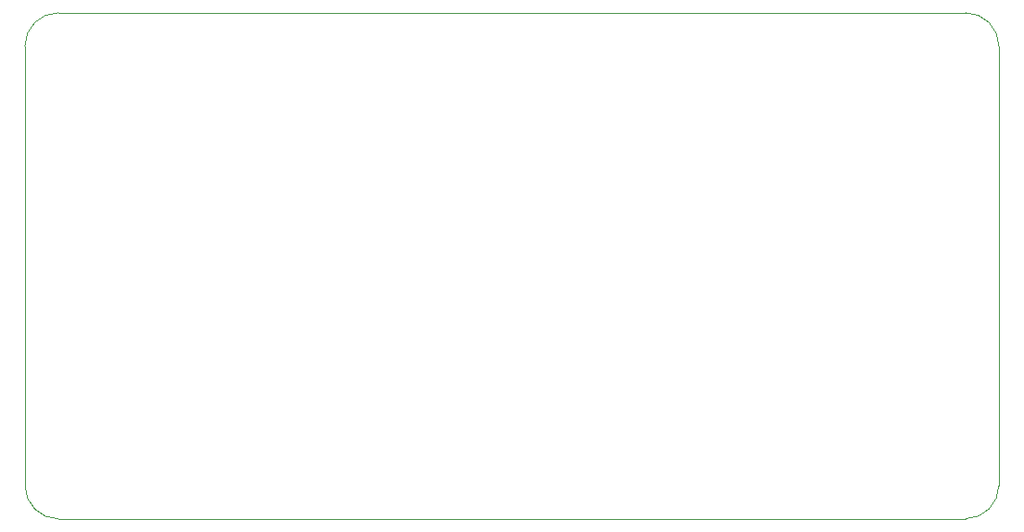
<source format=gm1>
%TF.GenerationSoftware,KiCad,Pcbnew,(6.0.9)*%
%TF.CreationDate,2022-12-29T20:38:24-05:00*%
%TF.ProjectId,led_controller,6c65645f-636f-46e7-9472-6f6c6c65722e,rev?*%
%TF.SameCoordinates,Original*%
%TF.FileFunction,Profile,NP*%
%FSLAX46Y46*%
G04 Gerber Fmt 4.6, Leading zero omitted, Abs format (unit mm)*
G04 Created by KiCad (PCBNEW (6.0.9)) date 2022-12-29 20:38:24*
%MOMM*%
%LPD*%
G01*
G04 APERTURE LIST*
%TA.AperFunction,Profile*%
%ADD10C,0.100000*%
%TD*%
G04 APERTURE END LIST*
D10*
X179070000Y-90170000D02*
X179069999Y-130302000D01*
X90170000Y-130302000D02*
X90170000Y-90170000D01*
X176022000Y-133350000D02*
X93218000Y-133350000D01*
X93218000Y-87122000D02*
G75*
G03*
X90170000Y-90170000I0J-3048000D01*
G01*
X93218000Y-87122000D02*
X176022000Y-87122000D01*
X176022000Y-133349999D02*
G75*
G03*
X179069999Y-130302000I0J3047999D01*
G01*
X90170000Y-130302000D02*
G75*
G03*
X93218000Y-133350000I3048000J0D01*
G01*
X179070000Y-90170000D02*
G75*
G03*
X176022000Y-87122000I-3048000J0D01*
G01*
M02*

</source>
